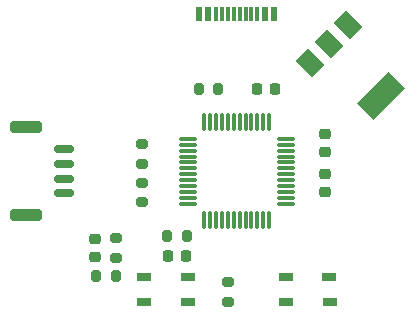
<source format=gbr>
%TF.GenerationSoftware,KiCad,Pcbnew,7.0.7*%
%TF.CreationDate,2023-10-09T00:15:42+08:00*%
%TF.ProjectId,RM_47mm,524d5f34-376d-46d2-9e6b-696361645f70,rev?*%
%TF.SameCoordinates,Original*%
%TF.FileFunction,Paste,Bot*%
%TF.FilePolarity,Positive*%
%FSLAX46Y46*%
G04 Gerber Fmt 4.6, Leading zero omitted, Abs format (unit mm)*
G04 Created by KiCad (PCBNEW 7.0.7) date 2023-10-09 00:15:42*
%MOMM*%
%LPD*%
G01*
G04 APERTURE LIST*
G04 Aperture macros list*
%AMRoundRect*
0 Rectangle with rounded corners*
0 $1 Rounding radius*
0 $2 $3 $4 $5 $6 $7 $8 $9 X,Y pos of 4 corners*
0 Add a 4 corners polygon primitive as box body*
4,1,4,$2,$3,$4,$5,$6,$7,$8,$9,$2,$3,0*
0 Add four circle primitives for the rounded corners*
1,1,$1+$1,$2,$3*
1,1,$1+$1,$4,$5*
1,1,$1+$1,$6,$7*
1,1,$1+$1,$8,$9*
0 Add four rect primitives between the rounded corners*
20,1,$1+$1,$2,$3,$4,$5,0*
20,1,$1+$1,$4,$5,$6,$7,0*
20,1,$1+$1,$6,$7,$8,$9,0*
20,1,$1+$1,$8,$9,$2,$3,0*%
%AMRotRect*
0 Rectangle, with rotation*
0 The origin of the aperture is its center*
0 $1 length*
0 $2 width*
0 $3 Rotation angle, in degrees counterclockwise*
0 Add horizontal line*
21,1,$1,$2,0,0,$3*%
G04 Aperture macros list end*
%ADD10RoundRect,0.200000X0.275000X-0.200000X0.275000X0.200000X-0.275000X0.200000X-0.275000X-0.200000X0*%
%ADD11RoundRect,0.200000X-0.200000X-0.275000X0.200000X-0.275000X0.200000X0.275000X-0.200000X0.275000X0*%
%ADD12RoundRect,0.075000X0.662500X0.075000X-0.662500X0.075000X-0.662500X-0.075000X0.662500X-0.075000X0*%
%ADD13RoundRect,0.075000X0.075000X0.662500X-0.075000X0.662500X-0.075000X-0.662500X0.075000X-0.662500X0*%
%ADD14R,1.191630X0.648596*%
%ADD15R,1.195644X0.654570*%
%ADD16R,1.196467X0.648136*%
%ADD17R,1.203883X0.646488*%
%ADD18RoundRect,0.225000X-0.250000X0.225000X-0.250000X-0.225000X0.250000X-0.225000X0.250000X0.225000X0*%
%ADD19RoundRect,0.225000X0.225000X0.250000X-0.225000X0.250000X-0.225000X-0.250000X0.225000X-0.250000X0*%
%ADD20RoundRect,0.225000X0.250000X-0.225000X0.250000X0.225000X-0.250000X0.225000X-0.250000X-0.225000X0*%
%ADD21R,0.600000X1.240000*%
%ADD22R,0.300000X1.240000*%
%ADD23RoundRect,0.150000X0.700000X-0.150000X0.700000X0.150000X-0.700000X0.150000X-0.700000X-0.150000X0*%
%ADD24RoundRect,0.250000X1.100000X-0.250000X1.100000X0.250000X-1.100000X0.250000X-1.100000X-0.250000X0*%
%ADD25RoundRect,0.200000X-0.275000X0.200000X-0.275000X-0.200000X0.275000X-0.200000X0.275000X0.200000X0*%
%ADD26RotRect,2.000000X1.500000X315.000000*%
%ADD27RotRect,2.000000X3.800000X315.000000*%
%ADD28RoundRect,0.200000X0.200000X0.275000X-0.200000X0.275000X-0.200000X-0.275000X0.200000X-0.275000X0*%
%ADD29R,1.251471X0.645202*%
%ADD30R,1.195849X0.659990*%
%ADD31R,1.251471X0.650765*%
%ADD32R,1.195849X0.657460*%
G04 APERTURE END LIST*
D10*
%TO.C,R7*%
X139783288Y-107336708D03*
X139783288Y-105686708D03*
%TD*%
%TO.C,R3*%
X142018127Y-99380570D03*
X142018127Y-97730570D03*
%TD*%
D11*
%TO.C,R4*%
X146775000Y-93000000D03*
X148425000Y-93000000D03*
%TD*%
D12*
%TO.C,U1*%
X154162500Y-97250000D03*
X154162500Y-97750000D03*
X154162500Y-98250000D03*
X154162500Y-98750000D03*
X154162500Y-99250000D03*
X154162500Y-99750000D03*
X154162500Y-100250000D03*
X154162500Y-100750000D03*
X154162500Y-101250000D03*
X154162500Y-101750000D03*
X154162500Y-102250000D03*
X154162500Y-102750000D03*
D13*
X152750000Y-104162500D03*
X152250000Y-104162500D03*
X151750000Y-104162500D03*
X151250000Y-104162500D03*
X150750000Y-104162500D03*
X150250000Y-104162500D03*
X149750000Y-104162500D03*
X149250000Y-104162500D03*
X148750000Y-104162500D03*
X148250000Y-104162500D03*
X147750000Y-104162500D03*
X147250000Y-104162500D03*
D12*
X145837500Y-102750000D03*
X145837500Y-102250000D03*
X145837500Y-101750000D03*
X145837500Y-101250000D03*
X145837500Y-100750000D03*
X145837500Y-100250000D03*
X145837500Y-99750000D03*
X145837500Y-99250000D03*
X145837500Y-98750000D03*
X145837500Y-98250000D03*
X145837500Y-97750000D03*
X145837500Y-97250000D03*
D13*
X147250000Y-95837500D03*
X147750000Y-95837500D03*
X148250000Y-95837500D03*
X148750000Y-95837500D03*
X149250000Y-95837500D03*
X149750000Y-95837500D03*
X150250000Y-95837500D03*
X150750000Y-95837500D03*
X151250000Y-95837500D03*
X151750000Y-95837500D03*
X152250000Y-95837500D03*
X152750000Y-95837500D03*
%TD*%
D14*
%TO.C,SW2*%
X157853931Y-108925702D03*
D15*
X154142473Y-108922715D03*
D16*
X157857223Y-111075929D03*
D17*
X154148751Y-111076753D03*
%TD*%
D18*
%TO.C,C9*%
X157480000Y-96805000D03*
X157480000Y-98355000D03*
%TD*%
D19*
%TO.C,C11*%
X153275000Y-93000000D03*
X151725000Y-93000000D03*
%TD*%
%TO.C,C12*%
X145705537Y-107172023D03*
X144155537Y-107172023D03*
%TD*%
D20*
%TO.C,C13*%
X138039859Y-107289498D03*
X138039859Y-105739498D03*
%TD*%
D21*
%TO.C,J1*%
X146800000Y-86725000D03*
X147600000Y-86725000D03*
D22*
X148750000Y-86725000D03*
X149750000Y-86725000D03*
X150250000Y-86725000D03*
X151250000Y-86725000D03*
D21*
X152400000Y-86725000D03*
X153200000Y-86725000D03*
X153200000Y-86725000D03*
X152400000Y-86725000D03*
D22*
X151750000Y-86725000D03*
X150750000Y-86725000D03*
X149250000Y-86725000D03*
X148250000Y-86725000D03*
D21*
X147600000Y-86725000D03*
X146800000Y-86725000D03*
%TD*%
D11*
%TO.C,R6*%
X138129023Y-108882715D03*
X139779023Y-108882715D03*
%TD*%
D23*
%TO.C,J2*%
X135350000Y-101875000D03*
X135350000Y-100625000D03*
X135350000Y-99375000D03*
X135350000Y-98125000D03*
D24*
X132150000Y-103725000D03*
X132150000Y-96275000D03*
%TD*%
D25*
%TO.C,R2*%
X142021726Y-100975355D03*
X142021726Y-102625355D03*
%TD*%
D26*
%TO.C,U2*%
X156166268Y-90838959D03*
X157792614Y-89212614D03*
D27*
X162247386Y-93667386D03*
D26*
X159418959Y-87586268D03*
%TD*%
D25*
%TO.C,R5*%
X149258680Y-109398485D03*
X149258680Y-111048485D03*
%TD*%
D28*
%TO.C,R1*%
X145758826Y-105466261D03*
X144108826Y-105466261D03*
%TD*%
D20*
%TO.C,C10*%
X157474699Y-101792865D03*
X157474699Y-100242865D03*
%TD*%
D29*
%TO.C,SW1*%
X145871643Y-108929298D03*
D30*
X142150605Y-108920005D03*
D31*
X145871643Y-111079045D03*
D32*
X142150605Y-111071269D03*
%TD*%
M02*

</source>
